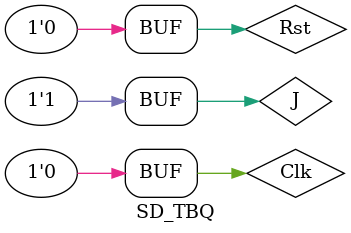
<source format=sv>
`timescale 1ns/1ns
module SD_TBQ();
    reg Clk = 0 , Rst = 0 , J = 0;
    wire W;

    SequenceDetector UUT1(Clk, Rst, J, W);
    initial repeat(40) #100 Clk = ~Clk;
    initial begin
    #90 J = 1;
    #200 J = 0;
    #200 J = 1;
    #200 J = 0;
    #200 J = 1;
    #200 J = 1;
    #200 J = 1;
    #200 J = 1;
    #200 J = 1;
    #200 J = 0;
    #200 J = 1;
    #200 J = 0;
    #200 J = 1;
    end
endmodule
</source>
